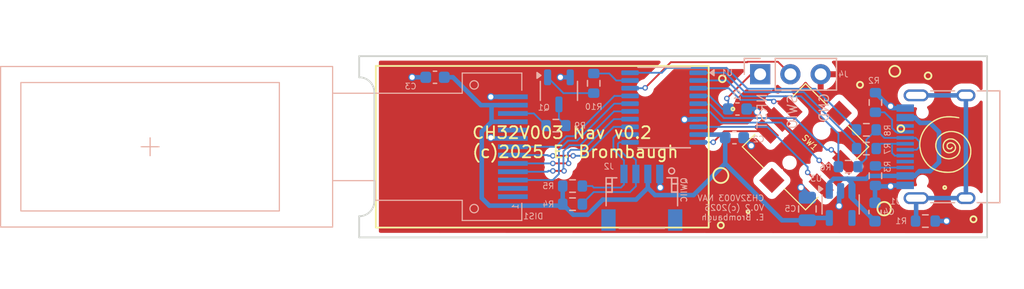
<source format=kicad_pcb>
(kicad_pcb (version 20240108) (generator "pcbnew") (generator_version "8.0")
  (layers (0 "F.Cu" signal) (31 "B.Cu" signal) (34 "B.Paste" user) (35 "F.Paste" user) (36 "B.SilkS" user "B.Silkscreen") (37 "F.SilkS" user "F.Silkscreen") (38 "B.Mask" user) (39 "F.Mask" user) (44 "Edge.Cuts" user))
  (net 0 "")
  (net 1 "/NRST")
  (net 2 "GND")
  (net 3 "+3.3V")
  (net 4 "/VUSB")
  (net 5 "Net-(J1-CC1)")
  (net 6 "Net-(J1-D+-PadA6)")
  (net 7 "Net-(J1-D--PadA7)")
  (net 9 "Net-(J1-CC2)")
  (net 11 "Net-(J1-SHIELD)")
  (net 12 "/SCL")
  (net 13 "/SDA")
  (net 16 "/LCD_NRST")
  (net 18 "Net-(DIS1-LEDK)")
  (net 19 "/LCD_MOSI")
  (net 20 "/LCD_CS")
  (net 21 "/LCD_SCLK")
  (net 22 "/LCD_D{slash}C")
  (net 23 "Net-(Q1-G)")
  (net 24 "Net-(Q1-D)")
  (net 25 "/LCD_BKL")
  (net 26 "/JS_SW")
  (net 27 "/JS_NW")
  (net 28 "/JS_NE")
  (net 29 "/JS_SE")
  (net 30 "/JS_CTR")
  (net 31 "/SWIO")
  (net 32 "/USB_DPU")
  (net 33 "/USB_DP")
  (net 34 "/USB_DM")
  (footprint "EMEB:avatar_small" (layer "F.Cu") (at 187.96 94.742)
    (property "Reference" "Ref**" (hide yes))
    (property "Value" "Val**" (hide yes))
  )
  (footprint "EMEB:nav_5way" (layer "F.Cu") (at 175.26 93.98 -45)
    (property "Reference" "SW1" (at 0 -0.499999 -45) (layer "F.SilkS") (effects (font (size 0.5 0.5) (thickness 0.07))))
    (property "Value" "~")
    (pad "" np_thru_hole circle (at 0 -1.9 315) (size 1.1 1.1) (drill 1.1) (layers "*.Cu" "*.Mask" "In1.Cu" "In2.Cu" "In3.Cu" "In4.Cu" "In5.Cu" "In6.Cu" "In7.Cu" "In8.Cu" "In9.Cu" "In10.Cu" "In11.Cu" "In12.Cu" "In13.Cu" "In14.Cu" "In15.Cu" "In16.Cu" "In17.Cu" "In18.Cu" "In19.Cu" "In20.Cu" "In21.Cu" "In22.Cu" "In23.Cu" "In24.Cu" "In25.Cu" "In26.Cu" "In27.Cu" "In28.Cu" "In29.Cu" "In30.Cu"))
    (pad "" np_thru_hole circle (at 0 1.9 315) (size 0.8 0.8) (drill 0.8) (layers "*.Cu" "*.Mask" "In1.Cu" "In2.Cu" "In3.Cu" "In4.Cu" "In5.Cu" "In6.Cu" "In7.Cu" "In8.Cu" "In9.Cu" "In10.Cu" "In11.Cu" "In12.Cu" "In13.Cu" "In14.Cu" "In15.Cu" "In16.Cu" "In17.Cu" "In18.Cu" "In19.Cu" "In20.Cu" "In21.Cu" "In22.Cu" "In23.Cu" "In24.Cu" "In25.Cu" "In26.Cu" "In27.Cu" "In28.Cu" "In29.Cu" "In30.Cu"))
    (pad "1" smd rect (at -3.250001 -1.4 315) (size 2 1) (layers "F.Cu" "F.Paste" "F.Mask") (net 27 "/JS_NW"))
    (pad "2" smd rect (at -3.25 0 315) (size 2 1) (layers "F.Cu" "F.Paste" "F.Mask") (net 2 "GND"))
    (pad "3" smd rect (at -3.250001 1.4 315) (size 2 1) (layers "F.Cu" "F.Paste" "F.Mask") (net 26 "/JS_SW"))
    (pad "4" smd rect (at 3.250001 1.4 315) (size 2 1) (layers "F.Cu" "F.Paste" "F.Mask") (net 29 "/JS_SE"))
    (pad "5" smd rect (at 3.25 0 315) (size 2 1) (layers "F.Cu" "F.Paste" "F.Mask") (net 30 "/JS_CTR"))
    (pad "6" smd rect (at 3.250001 -1.4 315) (size 2 1) (layers "F.Cu" "F.Paste" "F.Mask") (net 28 "/JS_NE"))
    (pad "7" smd rect (at 0 -4 315) (size 1.5 1.5) (layers "F.Cu" "F.Paste" "F.Mask"))
    (pad "7" smd rect (at 0 4 315) (size 1.5 1.5) (layers "F.Cu" "F.Paste" "F.Mask"))
  )
  (footprint "Package_TO_SOT_SMD:SOT-23-5" (layer "B.Cu") (at 178.2064 98.8294 -90)
    (property "Reference" "U3" (at -2.1824 2.0574 0) (layer "B.SilkS") (effects (font (size 0.5 0.5) (thickness 0.07)) (justify mirror)))
    (property "Value" "XC6222B331MR-G")
    (pad "1" smd roundrect (at -1.1375 0.95 270) (size 1.325 0.6) (layers "B.Cu" "B.Paste" "B.Mask") (net 4 "/VUSB"))
    (pad "2" smd roundrect (at -1.1375 0 270) (size 1.325 0.6) (layers "B.Cu" "B.Paste" "B.Mask") (net 2 "GND"))
    (pad "3" smd roundrect (at -1.1375 -0.95 270) (size 1.325 0.6) (layers "B.Cu" "B.Paste" "B.Mask") (net 4 "/VUSB"))
    (pad "4" smd roundrect (at 1.1375 -0.95 270) (size 1.325 0.6) (layers "B.Cu" "B.Paste" "B.Mask"))
    (pad "5" smd roundrect (at 1.1375 0.95 270) (size 1.325 0.6) (layers "B.Cu" "B.Paste" "B.Mask") (net 3 "+3.3V"))
  )
  (footprint "Resistor_SMD:R_0603_1608Metric" (layer "B.Cu") (at 185.3184 100.2264 180)
    (property "Reference" "R1" (at 2.032 0 0) (layer "B.SilkS") (effects (font (size 0.5 0.5) (thickness 0.07)) (justify mirror)))
    (property "Value" "1M")
    (pad "1" smd roundrect (at -0.825 0 180) (size 0.8 0.95) (layers "B.Cu" "B.Paste" "B.Mask") (net 2 "GND"))
    (pad "2" smd roundrect (at 0.825 0 180) (size 0.8 0.95) (layers "B.Cu" "B.Paste" "B.Mask") (net 11 "Net-(J1-SHIELD)"))
  )
  (footprint "EMEB:JST_SH_SM04B-SRSS-TB_04x1.00mm_Angled" (layer "B.Cu") (at 161.52 98.2035 180)
    (property "Reference" "J2" (at 2.77 2.5725 0) (layer "B.SilkS") (effects (font (size 0.5 0.5) (thickness 0.07)) (justify mirror)))
    (property "Value" "JST SH-4 (Qwiic)")
    (pad "" smd rect (at -2.8 -1.9375 180) (size 1.2 1.8) (layers "B.Cu" "B.Paste" "B.Mask"))
    (pad "" smd rect (at 2.8 -1.9375 180) (size 1.2 1.8) (layers "B.Cu" "B.Paste" "B.Mask"))
    (pad "1" smd rect (at -1.5 1.9375 180) (size 0.6 1.55) (layers "B.Cu" "B.Paste" "B.Mask") (net 2 "GND"))
    (pad "2" smd rect (at -0.5 1.9375 180) (size 0.6 1.55) (layers "B.Cu" "B.Paste" "B.Mask") (net 3 "+3.3V"))
    (pad "3" smd rect (at 0.5 1.9375 180) (size 0.6 1.55) (layers "B.Cu" "B.Paste" "B.Mask") (net 13 "/SDA"))
    (pad "4" smd rect (at 1.5 1.9375 180) (size 0.6 1.55) (layers "B.Cu" "B.Paste" "B.Mask") (net 12 "/SCL"))
  )
  (footprint "Resistor_SMD:R_0603_1608Metric" (layer "B.Cu") (at 157.48 88.646 90)
    (property "Reference" "R10" (at -1.969 0 0) (layer "B.SilkS") (effects (font (size 0.5 0.5) (thickness 0.07)) (justify mirror)))
    (property "Value" "1k")
    (pad "1" smd roundrect (at -0.825 0 90) (size 0.8 0.95) (layers "B.Cu" "B.Paste" "B.Mask") (net 23 "Net-(Q1-G)"))
    (pad "2" smd roundrect (at 0.825 0 90) (size 0.8 0.95) (layers "B.Cu" "B.Paste" "B.Mask") (net 25 "/LCD_BKL"))
  )
  (footprint "Package_SO:TSSOP-20_4.4x6.5mm_P0.65mm" (layer "B.Cu") (at 163.3905 90.682 180)
    (property "Reference" "U1" (at -5.2655 2.925 0) (layer "B.SilkS") (effects (font (size 0.5 0.5) (thickness 0.07)) (justify mirror)))
    (property "Value" "CH32V003F4P6")
    (pad "1" smd roundrect (at -2.8625 2.925 180) (size 1.475 0.4) (layers "B.Cu" "B.Paste" "B.Mask") (net 33 "/USB_DP"))
    (pad "2" smd roundrect (at -2.8625 2.275 180) (size 1.475 0.4) (layers "B.Cu" "B.Paste" "B.Mask") (net 32 "/USB_DPU"))
    (pad "3" smd roundrect (at -2.8625 1.625 180) (size 1.475 0.4) (layers "B.Cu" "B.Paste" "B.Mask") (net 27 "/JS_NW"))
    (pad "4" smd roundrect (at -2.8625 0.975 180) (size 1.475 0.4) (layers "B.Cu" "B.Paste" "B.Mask") (net 1 "/NRST"))
    (pad "5" smd roundrect (at -2.8625 0.325 180) (size 1.475 0.4) (layers "B.Cu" "B.Paste" "B.Mask") (net 28 "/JS_NE"))
    (pad "6" smd roundrect (at -2.8625 -0.325 180) (size 1.475 0.4) (layers "B.Cu" "B.Paste" "B.Mask") (net 30 "/JS_CTR"))
    (pad "7" smd roundrect (at -2.8625 -0.975 180) (size 1.475 0.4) (layers "B.Cu" "B.Paste" "B.Mask") (net 2 "GND"))
    (pad "8" smd roundrect (at -2.8625 -1.625 180) (size 1.475 0.4) (layers "B.Cu" "B.Paste" "B.Mask") (net 29 "/JS_SE"))
    (pad "9" smd roundrect (at -2.8625 -2.275 180) (size 1.475 0.4) (layers "B.Cu" "B.Paste" "B.Mask") (net 3 "+3.3V"))
    (pad "10" smd roundrect (at -2.8625 -2.925 180) (size 1.475 0.4) (layers "B.Cu" "B.Paste" "B.Mask") (net 26 "/JS_SW"))
    (pad "11" smd roundrect (at 2.8625 -2.925 180) (size 1.475 0.4) (layers "B.Cu" "B.Paste" "B.Mask") (net 13 "/SDA"))
    (pad "12" smd roundrect (at 2.8625 -2.275 180) (size 1.475 0.4) (layers "B.Cu" "B.Paste" "B.Mask") (net 12 "/SCL"))
    (pad "13" smd roundrect (at 2.8625 -1.625 180) (size 1.475 0.4) (layers "B.Cu" "B.Paste" "B.Mask") (net 16 "/LCD_NRST"))
    (pad "14" smd roundrect (at 2.8625 -0.975 180) (size 1.475 0.4) (layers "B.Cu" "B.Paste" "B.Mask") (net 22 "/LCD_D{slash}C"))
    (pad "15" smd roundrect (at 2.8625 -0.325 180) (size 1.475 0.4) (layers "B.Cu" "B.Paste" "B.Mask") (net 21 "/LCD_SCLK"))
    (pad "16" smd roundrect (at 2.8625 0.325 180) (size 1.475 0.4) (layers "B.Cu" "B.Paste" "B.Mask") (net 19 "/LCD_MOSI"))
    (pad "17" smd roundrect (at 2.8625 0.975 180) (size 1.475 0.4) (layers "B.Cu" "B.Paste" "B.Mask") (net 20 "/LCD_CS"))
    (pad "18" smd roundrect (at 2.8625 1.625 180) (size 1.475 0.4) (layers "B.Cu" "B.Paste" "B.Mask") (net 31 "/SWIO"))
    (pad "19" smd roundrect (at 2.8625 2.275 180) (size 1.475 0.4) (layers "B.Cu" "B.Paste" "B.Mask") (net 25 "/LCD_BKL"))
    (pad "20" smd roundrect (at 2.8625 2.925 180) (size 1.475 0.4) (layers "B.Cu" "B.Paste" "B.Mask") (net 34 "/USB_DM"))
  )
  (footprint "Resistor_SMD:R_0603_1608Metric" (layer "B.Cu") (at 181.1274 90.2564 -90)
    (property "Reference" "R2" (at -1.841 0.127 0) (layer "B.SilkS") (effects (font (size 0.5 0.5) (thickness 0.07)) (justify mirror)))
    (property "Value" "5k1")
    (pad "1" smd roundrect (at -0.825 0 270) (size 0.8 0.95) (layers "B.Cu" "B.Paste" "B.Mask") (net 2 "GND"))
    (pad "2" smd roundrect (at 0.825 0 270) (size 0.8 0.95) (layers "B.Cu" "B.Paste" "B.Mask") (net 5 "Net-(J1-CC1)"))
  )
  (footprint "Resistor_SMD:R_0603_1608Metric" (layer "B.Cu") (at 180.3654 92.5556)
    (property "Reference" "R8" (at 1.778 0.0508 90) (layer "B.SilkS") (effects (font (size 0.5 0.5) (thickness 0.07)) (justify mirror)))
    (property "Value" "22")
    (pad "1" smd roundrect (at -0.825 0) (size 0.8 0.95) (layers "B.Cu" "B.Paste" "B.Mask") (net 34 "/USB_DM"))
    (pad "2" smd roundrect (at 0.825 0) (size 0.8 0.95) (layers "B.Cu" "B.Paste" "B.Mask") (net 7 "Net-(J1-D--PadA7)"))
  )
  (footprint "Connector_PinHeader_2.54mm:PinHeader_1x03_P2.54mm_Vertical" (layer "B.Cu") (at 171.45 87.884 -90)
    (property "Reference" "J4" (at 0 -6.985 0) (layer "B.SilkS") (effects (font (size 0.5 0.5) (thickness 0.07)) (justify mirror)))
    (property "Value" "Conn_01x03_Pin")
    (pad "1" thru_hole rect (at 0 0 270) (size 1.7 1.7) (drill 1) (layers "*.Cu" "*.Mask" "In1.Cu" "In2.Cu" "In3.Cu" "In4.Cu" "In5.Cu" "In6.Cu" "In7.Cu" "In8.Cu" "In9.Cu" "In10.Cu" "In11.Cu" "In12.Cu" "In13.Cu" "In14.Cu" "In15.Cu" "In16.Cu" "In17.Cu" "In18.Cu" "In19.Cu" "In20.Cu" "In21.Cu" "In22.Cu" "In23.Cu" "In24.Cu" "In25.Cu" "In26.Cu" "In27.Cu" "In28.Cu" "In29.Cu" "In30.Cu") (net 1 "/NRST"))
    (pad "2" thru_hole oval (at 0 -2.54 270) (size 1.7 1.7) (drill 1) (layers "*.Cu" "*.Mask" "In1.Cu" "In2.Cu" "In3.Cu" "In4.Cu" "In5.Cu" "In6.Cu" "In7.Cu" "In8.Cu" "In9.Cu" "In10.Cu" "In11.Cu" "In12.Cu" "In13.Cu" "In14.Cu" "In15.Cu" "In16.Cu" "In17.Cu" "In18.Cu" "In19.Cu" "In20.Cu" "In21.Cu" "In22.Cu" "In23.Cu" "In24.Cu" "In25.Cu" "In26.Cu" "In27.Cu" "In28.Cu" "In29.Cu" "In30.Cu") (net 31 "/SWIO"))
    (pad "3" thru_hole oval (at 0 -5.08 270) (size 1.7 1.7) (drill 1) (layers "*.Cu" "*.Mask" "In1.Cu" "In2.Cu" "In3.Cu" "In4.Cu" "In5.Cu" "In6.Cu" "In7.Cu" "In8.Cu" "In9.Cu" "In10.Cu" "In11.Cu" "In12.Cu" "In13.Cu" "In14.Cu" "In15.Cu" "In16.Cu" "In17.Cu" "In18.Cu" "In19.Cu" "In20.Cu" "In21.Cu" "In22.Cu" "In23.Cu" "In24.Cu" "In25.Cu" "In26.Cu" "In27.Cu" "In28.Cu" "In29.Cu" "In30.Cu") (net 2 "GND"))
  )
  (footprint "Resistor_SMD:R_0603_1608Metric" (layer "B.Cu") (at 181.1274 96.4164 90)
    (property "Reference" "R3" (at 0.762 1.016 90) (layer "B.SilkS") (effects (font (size 0.5 0.5) (thickness 0.07)) (justify mirror)))
    (property "Value" "5k1")
    (pad "1" smd roundrect (at -0.825 0 90) (size 0.8 0.95) (layers "B.Cu" "B.Paste" "B.Mask") (net 2 "GND"))
    (pad "2" smd roundrect (at 0.825 0 90) (size 0.8 0.95) (layers "B.Cu" "B.Paste" "B.Mask") (net 9 "Net-(J1-CC2)"))
  )
  (footprint "Resistor_SMD:R_0603_1608Metric" (layer "B.Cu") (at 155.702 98.806 180)
    (property "Reference" "R4" (at 2.032 0 0) (layer "B.SilkS") (effects (font (size 0.5 0.5) (thickness 0.07)) (justify mirror)))
    (property "Value" "4k7")
    (pad "1" smd roundrect (at -0.825 0 180) (size 0.8 0.95) (layers "B.Cu" "B.Paste" "B.Mask") (net 13 "/SDA"))
    (pad "2" smd roundrect (at 0.825 0 180) (size 0.8 0.95) (layers "B.Cu" "B.Paste" "B.Mask") (net 3 "+3.3V"))
  )
  (footprint "Package_TO_SOT_SMD:SOT-23-3" (layer "B.Cu") (at 154.559 89.281 -90)
    (property "Reference" "Q1" (at 1.397 1.27 0) (layer "B.SilkS") (effects (font (size 0.5 0.5) (thickness 0.07)) (justify mirror)))
    (property "Value" "DMN63D8L")
    (pad "1" smd roundrect (at -1.1375 0.95 270) (size 1.325 0.6) (layers "B.Cu" "B.Paste" "B.Mask") (net 23 "Net-(Q1-G)"))
    (pad "2" smd roundrect (at -1.1375 -0.95 270) (size 1.325 0.6) (layers "B.Cu" "B.Paste" "B.Mask") (net 2 "GND"))
    (pad "3" smd roundrect (at 1.1375 0 270) (size 1.325 0.6) (layers "B.Cu" "B.Paste" "B.Mask") (net 24 "Net-(Q1-D)"))
  )
  (footprint "Capacitor_SMD:C_0805_2012Metric" (layer "B.Cu") (at 175.4124 99.2104 90)
    (property "Reference" "C5" (at 0.0234 -1.4224 0) (layer "B.SilkS") (effects (font (size 0.5 0.5) (thickness 0.07)) (justify mirror)))
    (property "Value" "10uf")
    (pad "1" smd roundrect (at -0.95 0 90) (size 1 1.45) (layers "B.Cu" "B.Paste" "B.Mask") (net 3 "+3.3V"))
    (pad "2" smd roundrect (at 0.95 0 90) (size 1 1.45) (layers "B.Cu" "B.Paste" "B.Mask") (net 2 "GND"))
  )
  (footprint "Resistor_SMD:R_0603_1608Metric" (layer "B.Cu") (at 180.3654 94.1304)
    (property "Reference" "R7" (at 1.778 0 90) (layer "B.SilkS") (effects (font (size 0.5 0.5) (thickness 0.07)) (justify mirror)))
    (property "Value" "22")
    (pad "1" smd roundrect (at -0.825 0) (size 0.8 0.95) (layers "B.Cu" "B.Paste" "B.Mask") (net 33 "/USB_DP"))
    (pad "2" smd roundrect (at 0.825 0) (size 0.8 0.95) (layers "B.Cu" "B.Paste" "B.Mask") (net 6 "Net-(J1-D+-PadA6)"))
  )
  (footprint "Connector_USB:USB_C_Receptacle_HRO_TYPE-C-31-M-12" (layer "B.Cu") (at 187.672 93.98 -90)
    (property "Reference" "J1" (at 4.5954 4.8936 0) (layer "B.SilkS") (effects (font (size 0.5 0.5) (thickness 0.07)) (justify mirror)))
    (property "Value" "USB_C_Receptacle_USB2.0")
    (pad "" np_thru_hole circle (at -2.89 2.6 270) (size 0.65 0.65) (drill 0.65) (layers "*.Cu" "*.Mask" "In1.Cu" "In2.Cu" "In3.Cu" "In4.Cu" "In5.Cu" "In6.Cu" "In7.Cu" "In8.Cu" "In9.Cu" "In10.Cu" "In11.Cu" "In12.Cu" "In13.Cu" "In14.Cu" "In15.Cu" "In16.Cu" "In17.Cu" "In18.Cu" "In19.Cu" "In20.Cu" "In21.Cu" "In22.Cu" "In23.Cu" "In24.Cu" "In25.Cu" "In26.Cu" "In27.Cu" "In28.Cu" "In29.Cu" "In30.Cu"))
    (pad "" np_thru_hole circle (at 2.89 2.6 270) (size 0.65 0.65) (drill 0.65) (layers "*.Cu" "*.Mask" "In1.Cu" "In2.Cu" "In3.Cu" "In4.Cu" "In5.Cu" "In6.Cu" "In7.Cu" "In8.Cu" "In9.Cu" "In10.Cu" "In11.Cu" "In12.Cu" "In13.Cu" "In14.Cu" "In15.Cu" "In16.Cu" "In17.Cu" "In18.Cu" "In19.Cu" "In20.Cu" "In21.Cu" "In22.Cu" "In23.Cu" "In24.Cu" "In25.Cu" "In26.Cu" "In27.Cu" "In28.Cu" "In29.Cu" "In30.Cu"))
    (pad "A1" smd rect (at -3.25 4.045 270) (size 0.6 1.45) (layers "B.Cu" "B.Paste" "B.Mask") (net 2 "GND"))
    (pad "A4" smd rect (at -2.45 4.045 270) (size 0.6 1.45) (layers "B.Cu" "B.Paste" "B.Mask") (net 4 "/VUSB"))
    (pad "A5" smd rect (at -1.25 4.045 270) (size 0.3 1.45) (layers "B.Cu" "B.Paste" "B.Mask") (net 5 "Net-(J1-CC1)"))
    (pad "A6" smd rect (at -0.25 4.045 270) (size 0.3 1.45) (layers "B.Cu" "B.Paste" "B.Mask") (net 6 "Net-(J1-D+-PadA6)"))
    (pad "A7" smd rect (at 0.25 4.045 270) (size 0.3 1.45) (layers "B.Cu" "B.Paste" "B.Mask") (net 7 "Net-(J1-D--PadA7)"))
    (pad "A8" smd rect (at 1.25 4.045 270) (size 0.3 1.45) (layers "B.Cu" "B.Paste" "B.Mask"))
    (pad "A9" smd rect (at 2.45 4.045 270) (size 0.6 1.45) (layers "B.Cu" "B.Paste" "B.Mask") (net 4 "/VUSB"))
    (pad "A12" smd rect (at 3.25 4.045 270) (size 0.6 1.45) (layers "B.Cu" "B.Paste" "B.Mask") (net 2 "GND"))
    (pad "B1" smd rect (at 3.25 4.045 270) (size 0.6 1.45) (layers "B.Cu" "B.Paste" "B.Mask") (net 2 "GND"))
    (pad "B4" smd rect (at 2.45 4.045 270) (size 0.6 1.45) (layers "B.Cu" "B.Paste" "B.Mask") (net 4 "/VUSB"))
    (pad "B5" smd rect (at 1.75 4.045 270) (size 0.3 1.45) (layers "B.Cu" "B.Paste" "B.Mask") (net 9 "Net-(J1-CC2)"))
    (pad "B6" smd rect (at 0.75 4.045 270) (size 0.3 1.45) (layers "B.Cu" "B.Paste" "B.Mask") (net 6 "Net-(J1-D+-PadA6)"))
    (pad "B7" smd rect (at -0.75 4.045 270) (size 0.3 1.45) (layers "B.Cu" "B.Paste" "B.Mask") (net 7 "Net-(J1-D--PadA7)"))
    (pad "B8" smd rect (at -1.75 4.045 270) (size 0.3 1.45) (layers "B.Cu" "B.Paste" "B.Mask"))
    (pad "B9" smd rect (at -2.45 4.045 270) (size 0.6 1.45) (layers "B.Cu" "B.Paste" "B.Mask") (net 4 "/VUSB"))
    (pad "B12" smd rect (at -3.25 4.045 270) (size 0.6 1.45) (layers "B.Cu" "B.Paste" "B.Mask") (net 2 "GND"))
    (pad "S1" thru_hole oval (at -4.32 -1.05 270) (size 1 1.6) (drill oval 0.6 1.2) (property pad_prop_heatsink) (layers "*.Cu" "*.Mask" "In1.Cu" "In2.Cu" "In3.Cu" "In4.Cu" "In5.Cu" "In6.Cu" "In7.Cu" "In8.Cu" "In9.Cu" "In10.Cu" "In11.Cu" "In12.Cu" "In13.Cu" "In14.Cu" "In15.Cu" "In16.Cu" "In17.Cu" "In18.Cu" "In19.Cu" "In20.Cu" "In21.Cu" "In22.Cu" "In23.Cu" "In24.Cu" "In25.Cu" "In26.Cu" "In27.Cu" "In28.Cu" "In29.Cu" "In30.Cu") (net 11 "Net-(J1-SHIELD)"))
    (pad "S1" thru_hole oval (at -4.32 3.13 270) (size 1 2.1) (drill oval 0.6 1.7) (property pad_prop_heatsink) (layers "*.Cu" "*.Mask" "In1.Cu" "In2.Cu" "In3.Cu" "In4.Cu" "In5.Cu" "In6.Cu" "In7.Cu" "In8.Cu" "In9.Cu" "In10.Cu" "In11.Cu" "In12.Cu" "In13.Cu" "In14.Cu" "In15.Cu" "In16.Cu" "In17.Cu" "In18.Cu" "In19.Cu" "In20.Cu" "In21.Cu" "In22.Cu" "In23.Cu" "In24.Cu" "In25.Cu" "In26.Cu" "In27.Cu" "In28.Cu" "In29.Cu" "In30.Cu") (net 11 "Net-(J1-SHIELD)"))
    (pad "S1" thru_hole oval (at 4.32 -1.05 270) (size 1 1.6) (drill oval 0.6 1.2) (property pad_prop_heatsink) (layers "*.Cu" "*.Mask" "In1.Cu" "In2.Cu" "In3.Cu" "In4.Cu" "In5.Cu" "In6.Cu" "In7.Cu" "In8.Cu" "In9.Cu" "In10.Cu" "In11.Cu" "In12.Cu" "In13.Cu" "In14.Cu" "In15.Cu" "In16.Cu" "In17.Cu" "In18.Cu" "In19.Cu" "In20.Cu" "In21.Cu" "In22.Cu" "In23.Cu" "In24.Cu" "In25.Cu" "In26.Cu" "In27.Cu" "In28.Cu" "In29.Cu" "In30.Cu") (net 11 "Net-(J1-SHIELD)"))
    (pad "S1" thru_hole oval (at 4.32 3.13 270) (size 1 2.1) (drill oval 0.6 1.7) (property pad_prop_heatsink) (layers "*.Cu" "*.Mask" "In1.Cu" "In2.Cu" "In3.Cu" "In4.Cu" "In5.Cu" "In6.Cu" "In7.Cu" "In8.Cu" "In9.Cu" "In10.Cu" "In11.Cu" "In12.Cu" "In13.Cu" "In14.Cu" "In15.Cu" "In16.Cu" "In17.Cu" "In18.Cu" "In19.Cu" "In20.Cu" "In21.Cu" "In22.Cu" "In23.Cu" "In24.Cu" "In25.Cu" "In26.Cu" "In27.Cu" "In28.Cu" "In29.Cu" "In30.Cu") (net 11 "Net-(J1-SHIELD)"))
  )
  (footprint "EMEB:0.96_IPS_TFT_LCD" (layer "B.Cu") (at 151.444 93.98 -90)
    (property "Reference" "DIS1" (at 5.842 -0.956 0) (layer "B.SilkS") (effects (font (size 0.5 0.5) (thickness 0.07)) (justify mirror)))
    (property "Value" "~")
    (fp_text user "1" (at 4.75 0.25 90) (layer "B.SilkS") (effects (font (size 0.5 0.5) (thickness 0.07)) (justify left bottom mirror)))
    (pad "1" smd rect (at 4.2 0.75 270) (size 0.4 2.5) (layers "B.Cu" "B.Paste" "B.Mask"))
    (pad "2" smd rect (at 3.5 0.75 270) (size 0.4 2.5) (layers "B.Cu" "B.Paste" "B.Mask"))
    (pad "3" smd rect (at 2.8 0.75 270) (size 0.4 2.5) (layers "B.Cu" "B.Paste" "B.Mask") (net 19 "/LCD_MOSI"))
    (pad "4" smd rect (at 2.1 0.75 270) (size 0.4 2.5) (layers "B.Cu" "B.Paste" "B.Mask") (net 21 "/LCD_SCLK"))
    (pad "5" smd rect (at 1.4 0.75 270) (size 0.4 2.5) (layers "B.Cu" "B.Paste" "B.Mask") (net 22 "/LCD_D{slash}C"))
    (pad "6" smd rect (at 0.7 0.75 270) (size 0.4 2.5) (layers "B.Cu" "B.Paste" "B.Mask") (net 16 "/LCD_NRST"))
    (pad "7" smd rect (at 0 0.75 270) (size 0.4 2.5) (layers "B.Cu" "B.Paste" "B.Mask") (net 20 "/LCD_CS"))
    (pad "8" smd rect (at -0.7 0.75 270) (size 0.4 2.5) (layers "B.Cu" "B.Paste" "B.Mask") (net 2 "GND"))
    (pad "9" smd rect (at -1.4 0.75 270) (size 0.4 2.5) (layers "B.Cu" "B.Paste" "B.Mask"))
    (pad "10" smd rect (at -2.1 0.75 270) (size 0.4 2.5) (layers "B.Cu" "B.Paste" "B.Mask") (net 3 "+3.3V"))
    (pad "11" smd rect (at -2.8 0.75 270) (size 0.4 2.5) (layers "B.Cu" "B.Paste" "B.Mask") (net 18 "Net-(DIS1-LEDK)"))
    (pad "12" smd rect (at -3.5 0.75 270) (size 0.4 2.5) (layers "B.Cu" "B.Paste" "B.Mask") (net 3 "+3.3V"))
    (pad "13" smd rect (at -4.2 0.75 270) (size 0.4 2.5) (layers "B.Cu" "B.Paste" "B.Mask") (net 2 "GND"))
  )
  (footprint "Capacitor_SMD:C_0603_1608Metric" (layer "B.Cu") (at 144.158 88.138 180)
    (property "Reference" "C3" (at 2.045 -0.762 0) (layer "B.SilkS") (effects (font (size 0.5 0.5) (thickness 0.07)) (justify mirror)))
    (property "Value" "0.1uf")
    (pad "1" smd roundrect (at -0.775 0 180) (size 0.9 0.95) (layers "B.Cu" "B.Paste" "B.Mask") (net 3 "+3.3V"))
    (pad "2" smd roundrect (at 0.775 0 180) (size 0.9 0.95) (layers "B.Cu" "B.Paste" "B.Mask") (net 2 "GND"))
  )
  (footprint "Resistor_SMD:R_0603_1608Metric" (layer "B.Cu") (at 155.702 97.282 180)
    (property "Reference" "R5" (at 2.032 0 0) (layer "B.SilkS") (effects (font (size 0.5 0.5) (thickness 0.07)) (justify mirror)))
    (property "Value" "4k7")
    (pad "1" smd roundrect (at -0.825 0 180) (size 0.8 0.95) (layers "B.Cu" "B.Paste" "B.Mask") (net 12 "/SCL"))
    (pad "2" smd roundrect (at 0.825 0 180) (size 0.8 0.95) (layers "B.Cu" "B.Paste" "B.Mask") (net 3 "+3.3V"))
  )
  (footprint "Resistor_SMD:R_0603_1608Metric" (layer "B.Cu") (at 178.8414 95.6544)
    (property "Reference" "R6" (at -1.905 0.0508 0) (layer "B.SilkS") (effects (font (size 0.5 0.5) (thickness 0.07)) (justify mirror)))
    (property "Value" "1.5k")
    (pad "1" smd roundrect (at -0.825 0) (size 0.8 0.95) (layers "B.Cu" "B.Paste" "B.Mask") (net 32 "/USB_DPU"))
    (pad "2" smd roundrect (at 0.825 0) (size 0.8 0.95) (layers "B.Cu" "B.Paste" "B.Mask") (net 7 "Net-(J1-D--PadA7)"))
  )
  (footprint "Capacitor_SMD:C_0603_1608Metric" (layer "B.Cu") (at 169.291 93.218)
    (property "Reference" "C2" (at 2.032 0.127 0) (layer "B.SilkS") (effects (font (size 0.5 0.5) (thickness 0.07)) (justify mirror)))
    (property "Value" "0.1uf")
    (pad "1" smd roundrect (at -0.775 0) (size 0.9 0.95) (layers "B.Cu" "B.Paste" "B.Mask") (net 3 "+3.3V"))
    (pad "2" smd roundrect (at 0.775 0) (size 0.9 0.95) (layers "B.Cu" "B.Paste" "B.Mask") (net 2 "GND"))
  )
  (footprint "Resistor_SMD:R_0603_1608Metric" (layer "B.Cu") (at 154.305 92.202 180)
    (property "Reference" "R9" (at -2.032 0 0) (layer "B.SilkS") (effects (font (size 0.5 0.5) (thickness 0.07)) (justify mirror)))
    (property "Value" "100")
    (pad "1" smd roundrect (at -0.825 0 180) (size 0.8 0.95) (layers "B.Cu" "B.Paste" "B.Mask") (net 24 "Net-(Q1-D)"))
    (pad "2" smd roundrect (at 0.825 0 180) (size 0.8 0.95) (layers "B.Cu" "B.Paste" "B.Mask") (net 18 "Net-(DIS1-LEDK)"))
  )
  (footprint "Capacitor_SMD:C_0603_1608Metric" (layer "B.Cu") (at 181.0924 99.4644 90)
    (property "Reference" "C4" (at 0.0234 1.1526 0) (layer "B.SilkS") (effects (font (size 0.5 0.5) (thickness 0.07)) (justify mirror)))
    (property "Value" "1uf")
    (pad "1" smd roundrect (at -0.775 0 90) (size 0.9 0.95) (layers "B.Cu" "B.Paste" "B.Mask") (net 4 "/VUSB"))
    (pad "2" smd roundrect (at 0.775 0 90) (size 0.9 0.95) (layers "B.Cu" "B.Paste" "B.Mask") (net 2 "GND"))
  )
  (footprint "Capacitor_SMD:C_0603_1608Metric" (layer "B.Cu") (at 169.545 90.805)
    (property "Reference" "C1" (at 0 -1.143 90) (layer "B.SilkS") (effects (font (size 0.5 0.5) (thickness 0.07)) (justify mirror)))
    (property "Value" "0.1uf")
    (pad "1" smd roundrect (at -0.775 0) (size 0.9 0.95) (layers "B.Cu" "B.Paste" "B.Mask") (net 1 "/NRST"))
    (pad "2" smd roundrect (at 0.775 0) (size 0.9 0.95) (layers "B.Cu" "B.Paste" "B.Mask") (net 2 "GND"))
  )
  (gr_circle (center 170.434 99.441) (end 170.561 99.441) (stroke (width 0.15)) (fill none) (layer "F.SilkS"))
  (gr_circle (center 169.164 90.805) (end 169.291 90.805) (stroke (width 0.15)) (fill none) (layer "F.SilkS"))
  (gr_circle (center 186.944 97.409) (end 186.944 97.536) (stroke (width 0.15)) (fill none) (layer "F.SilkS"))
  (gr_circle (center 181.864 99.187) (end 182.372 99.441) (stroke (width 0.15)) (fill none) (layer "F.SilkS"))
  (gr_circle (center 179.832 88.773) (end 180.086 88.773) (stroke (width 0.15)) (fill none) (layer "F.SilkS"))
  (gr_rect (start 139.192 87.1855) (end 167.132 100.7745) (stroke (width 0.15)) (fill none) (layer "F.SilkS"))
  (gr_circle (center 189.357 100.076) (end 189.357 99.822) (stroke (width 0.15)) (fill none) (layer "F.SilkS"))
  (gr_circle (center 185.547 88.011) (end 185.674 88.265) (stroke (width 0.15)) (fill none) (layer "F.SilkS"))
  (gr_circle (center 183.261 92.456) (end 183.515 92.583) (stroke (width 0.15)) (fill none) (layer "F.SilkS"))
  (gr_circle (center 168.275 88.265) (end 168.529 88.138) (stroke (width 0.15)) (fill none) (layer "F.SilkS"))
  (gr_circle (center 182.753 87.63) (end 183.134 87.884) (stroke (width 0.15)) (fill none) (layer "F.SilkS"))
  (gr_circle (center 168.148 96.393) (end 168.529 96.901) (stroke (width 0.15)) (fill none) (layer "F.SilkS"))
  (gr_circle (center 168.148 100.584) (end 168.402 100.584) (stroke (width 0.15)) (fill none) (layer "F.SilkS"))
  (gr_line (start 190.5 86.36) (end 190.5 101.6) (stroke (width 0.15)) (layer "Edge.Cuts"))
  (gr_line (start 190.5 101.6) (end 137.795 101.6) (stroke (width 0.15)) (layer "Edge.Cuts"))
  (gr_arc (start 139.065 98.552) (mid 138.693026 99.450026) (end 137.795 99.822) (stroke (width 0.15)) (layer "Edge.Cuts"))
  (gr_line (start 137.795 86.36) (end 190.5 86.36) (stroke (width 0.15)) (layer "Edge.Cuts"))
  (gr_arc (start 137.795 88.138) (mid 138.693026 88.509974) (end 139.065 89.408) (stroke (width 0.15)) (layer "Edge.Cuts"))
  (gr_line (start 139.065 89.408) (end 139.065 98.552) (stroke (width 0.15)) (layer "Edge.Cuts"))
  (gr_line (start 137.795 86.36) (end 137.795 88.138) (stroke (width 0.15)) (layer "Edge.Cuts"))
  (gr_line (start 137.795 101.6) (end 137.795 99.822) (stroke (width 0.15)) (layer "Edge.Cuts"))
  (gr_text "CH32V003 NAV\nV0.2 (c)2025\nE. Brombaugh" (at 171.831 100.203 0) (layer "B.SilkS") (effects (font (size 0.5 0.5) (thickness 0.07)) (justify left bottom mirror)))
  (gr_text "QWIIC\n" (at 165.354 96.52 90) (layer "B.SilkS") (effects (font (size 0.5 0.5) (thickness 0.08)) (justify left bottom mirror)))
  (gr_text "NRST" (at 172.085 89.408 90) (layer "B.SilkS") (effects (font (size 0.8 0.8) (thickness 0.1)) (justify left bottom mirror)))
  (gr_text "SWIO" (at 174.625 89.535 90) (layer "B.SilkS") (effects (font (size 0.8 0.8) (thickness 0.1)) (justify left bottom mirror)))
  (gr_text "GND" (at 177.292 89.408 90) (layer "B.SilkS") (effects (font (size 0.8 0.8) (thickness 0.1)) (justify left bottom mirror)))
  (gr_text "CH32V003 Nav v0.2\n(c)2025 E. Brombaugh" (at 147.193 94.996 0) (layer "F.SilkS") (effects (font (size 1 1)) (justify left bottom)))
  (segment (start 168.656 89.916) (end 170.688 87.884) (width 0.1524) (layer "F.Cu") (net 1))
  (segment (start 170.688 87.884) (end 171.45 87.884) (width 0.1524) (layer "F.Cu") (net 1))
  (via (at 168.656 89.916) (size 0.4572) (drill 0.254) (layers "F.Cu" "B.Cu") (net 1))
  (segment (start 167.1955 89.707) (end 166.253 89.707) (width 0.1524) (layer "B.Cu") (net 1))
  (segment (start 168.77 90.805) (end 168.2935 90.805) (width 0.1524) (layer "B.Cu") (net 1))
  (segment (start 168.656 89.916) (end 168.77 90.03) (width 0.1524) (layer "B.Cu") (net 1))
  (segment (start 168.77 90.03) (end 168.77 90.805) (width 0.1524) (layer "B.Cu") (net 1))
  (segment (start 168.2935 90.805) (end 167.1955 89.707) (width 0.1524) (layer "B.Cu") (net 1))
  (segment (start 172.961903 91.681903) (end 174.244 92.964) (width 0.381) (layer "F.Cu") (net 2))
  (segment (start 172.961903 91.681903) (end 171.704 90.424) (width 0.381) (layer "F.Cu") (net 2))
  (via (at 182.3974 97.3054) (size 0.635) (drill 0.4318) (layers "F.Cu" "B.Cu") (net 2))
  (via (at 182.3974 90.5744) (size 0.635) (drill 0.4318) (layers "F.Cu" "B.Cu") (net 2))
  (via (at 174.879 97.409) (size 0.635) (drill 0.4318) (layers "F.Cu" "B.Cu") (net 2))
  (via (at 165.1 91.694) (size 0.635) (drill 0.4318) (layers "F.Cu" "B.Cu") (net 2))
  (via (at 187.0964 100.2264) (size 0.635) (drill 0.4318) (layers "F.Cu" "B.Cu") (net 2))
  (via (at 142.24 88.138) (size 0.635) (drill 0.4318) (layers "F.Cu" "B.Cu") (net 2))
  (via (at 171.196 91.0463) (size 0.635) (drill 0.4318) (layers "F.Cu" "B.Cu") (net 2))
  (via (at 170.70202 93.89066) (size 0.635) (drill 0.4318) (layers "F.Cu" "B.Cu") (net 2))
  (via (at 154.686 88.138) (size 0.635) (drill 0.4318) (layers "F.Cu" "B.Cu") (net 2))
  (via (at 148.844 93.218) (size 0.635) (drill 0.4318) (layers "F.Cu" "B.Cu") (net 2))
  (via (at 163.068 97.409) (size 0.635) (drill 0.4318) (layers "F.Cu" "B.Cu") (net 2))
  (via (at 148.844 89.789) (size 0.635) (drill 0.4318) (layers "F.Cu" "B.Cu") (net 2))
  (via (at 178.0794 98.9564) (size 0.635) (drill 0.4318) (layers "F.Cu" "B.Cu") (net 2))
  (segment (start 163.02 96.266) (end 163.02 97.361) (width 0.381) (layer "B.Cu") (net 2))
  (segment (start 143.383 88.138) (end 142.24 88.138) (width 0.381) (layer "B.Cu") (net 2))
  (segment (start 165.1 91.694) (end 166.216 91.694) (width 0.381) (layer "B.Cu") (net 2))
  (segment (start 170.066 93.25464) (end 170.066 93.218) (width 0.381) (layer "B.Cu") (net 2))
  (segment (start 171.196 91.0463) (end 170.9547 90.805) (width 0.381) (layer "B.Cu") (net 2))
  (segment (start 170.9547 90.805) (end 170.32 90.805) (width 0.381) (layer "B.Cu") (net 2))
  (segment (start 183.627 97.23) (end 182.4728 97.23) (width 0.381) (layer "B.Cu") (net 2))
  (segment (start 181.0924 98.6894) (end 181.0924 97.2764) (width 0.381) (layer "B.Cu") (net 2))
  (segment (start 182.3974 97.3054) (end 181.1914 97.3054) (width 0.381) (layer "B.Cu") (net 2))
  (segment (start 154.6915 88.1435) (end 154.686 88.138) (width 0.381) (layer "B.Cu") (net 2))
  (segment (start 182.4728 97.23) (end 182.3974 97.3054) (width 0.381) (layer "B.Cu") (net 2))
  (segment (start 148.906 93.28) (end 148.844 93.218) (width 0.381) (layer "B.Cu") (net 2))
  (segment (start 181.0924 97.2764) (end 181.1274 97.2414) (width 0.381) (layer "B.Cu") (net 2))
  (segment (start 178.0794 97.8189) (end 178.2064 97.6919) (width 0.381) (layer "B.Cu") (net 2))
  (segment (start 187.0964 100.2264) (end 186.1434 100.2264) (width 0.381) (layer "B.Cu") (net 2))
  (segment (start 178.0794 98.9564) (end 178.0794 97.8189) (width 0.381) (layer "B.Cu") (net 2))
  (segment (start 183.627 90.73) (end 182.553 90.73) (width 0.381) (layer "B.Cu") (net 2))
  (segment (start 175.4124 97.9424) (end 175.4124 98.2604) (width 0.381) (layer "B.Cu") (net 2))
  (segment (start 163.02 97.361) (end 163.068 97.409) (width 0.381) (layer "B.Cu") (net 2))
  (segment (start 166.216 91.694) (end 166.253 91.657) (width 0.381) (layer "B.Cu") (net 2))
  (segment (start 170.70202 93.89066) (end 170.066 93.25464) (width 0.381) (layer "B.Cu") (net 2))
  (segment (start 182.2704 90.5744) (end 181.1274 89.4314) (width 0.381) (layer "B.Cu") (net 2))
  (segment (start 150.694 89.78) (end 148.853 89.78) (width 0.381) (layer "B.Cu") (net 2))
  (segment (start 182.553 90.73) (end 182.3974 90.5744) (width 0.381) (layer "B.Cu") (net 2))
  (segment (start 174.879 97.409) (end 175.4124 97.9424) (width 0.381) (layer "B.Cu") (net 2))
  (segment (start 166.4472 91.5543) (end 166.4385 91.563) (width 0.1524) (layer "B.Cu") (net 2))
  (segment (start 150.694 93.28) (end 148.906 93.28) (width 0.381) (layer "B.Cu") (net 2))
  (segment (start 182.3974 90.5744) (end 182.2704 90.5744) (width 0.381) (layer "B.Cu") (net 2))
  (segment (start 148.853 89.78) (end 148.844 89.789) (width 0.381) (layer "B.Cu") (net 2))
  (segment (start 181.1914 97.3054) (end 181.1274 97.2414) (width 0.381) (layer "B.Cu") (net 2))
  (segment (start 155.509 88.1435) (end 154.6915 88.1435) (width 0.381) (layer "B.Cu") (net 2))
  (segment (start 150.694 91.88) (end 148.903 91.88) (width 0.381) (layer "B.Cu") (net 3))
  (segment (start 154.877 97.282) (end 154.877 98.806) (width 0.381) (layer "B.Cu") (net 3))
  (segment (start 144.933 88.138) (end 145.669 88.138) (width 0.381) (layer "B.Cu") (net 3))
  (segment (start 155.766 99.695) (end 156.972 99.695) (width 0.381) (layer "B.Cu") (net 3))
  (segment (start 156.972 99.695) (end 158.242 98.425) (width 0.381) (layer "B.Cu") (net 3))
  (segment (start 148.082 98.298) (end 148.082 92.71) (width 0.381) (layer "B.Cu") (net 3))
  (segment (start 173.2864 100.1604) (end 168.516 95.39) (width 0.381) (layer "B.Cu") (net 3))
  (segment (start 148.082 92.71) (end 148.903 91.889) (width 0.381) (layer "B.Cu") (net 3))
  (segment (start 162.02 97.441) (end 162.623 98.044) (width 0.381) (layer "B.Cu") (net 3))
  (segment (start 148.903 90.619) (end 149.042 90.48) (width 0.381) (layer "B.Cu") (net 3))
  (segment (start 158.242 98.425) (end 161.036 98.425) (width 0.381) (layer "B.Cu") (net 3))
  (segment (start 162.02 96.266) (end 162.02 97.441) (width 0.381) (layer "B.Cu") (net 3))
  (segment (start 149.042 90.48) (end 150.694 90.48) (width 0.381) (layer "B.Cu") (net 3))
  (segment (start 177.2564 99.9669) (end 175.6059 99.9669) (width 0.381) (layer "B.Cu") (net 3))
  (segment (start 168.255 92.957) (end 168.516 93.218) (width 0.381) (layer "B.Cu") (net 3))
  (segment (start 145.669 88.138) (end 148.011 90.48) (width 0.381) (layer "B.Cu") (net 3))
  (segment (start 175.6059 99.9669) (end 175.4124 100.1604) (width 0.381) (layer "B.Cu") (net 3))
  (segment (start 148.011 90.48) (end 149.042 90.48) (width 0.381) (layer "B.Cu") (net 3))
  (segment (start 154.877 98.806) (end 154.75 98.933) (width 0.381) (layer "B.Cu") (net 3))
  (segment (start 165.862 98.044) (end 168.516 95.39) (width 0.381) (layer "B.Cu") (net 3))
  (segment (start 166.253 92.957) (end 168.255 92.957) (width 0.381) (layer "B.Cu") (net 3))
  (segment (start 148.903 91.88) (end 148.903 90.619) (width 0.381) (layer "B.Cu") (net 3))
  (segment (start 148.903 91.889) (end 148.903 91.88) (width 0.381) (layer "B.Cu") (net 3))
  (segment (start 154.877 98.806) (end 155.766 99.695) (width 0.381) (layer "B.Cu") (net 3))
  (segment (start 175.4124 100.1604) (end 173.2864 100.1604) (width 0.381) (layer "B.Cu") (net 3))
  (segment (start 168.516 95.39) (end 168.516 93.218) (width 0.381) (layer "B.Cu") (net 3))
  (segment (start 154.75 98.933) (end 148.717 98.933) (width 0.381) (layer "B.Cu") (net 3))
  (segment (start 162.623 98.044) (end 165.862 98.044) (width 0.381) (layer "B.Cu") (net 3))
  (segment (start 148.717 98.933) (end 148.082 98.298) (width 0.381) (layer "B.Cu") (net 3))
  (segment (start 162.02 97.441) (end 161.036 98.425) (width 0.381) (layer "B.Cu") (net 3))
  (segment (start 186.4614 92.7334) (end 186.4614 95.2734) (width 0.381) (layer "B.Cu") (net 4))
  (segment (start 185.6994 96.0354) (end 184.8104 96.0354) (width 0.381) (layer "B.Cu") (net 4))
  (segment (start 180.6058 96.43) (end 180.3654 96.6704) (width 0.381) (layer "B.Cu") (net 4))
  (segment (start 185.6994 91.9714) (end 186.4614 92.7334) (width 0.381) (layer "B.Cu") (net 4))
  (segment (start 179.1564 97.6919) (end 179.1564 98.3034) (width 0.381) (layer "B.Cu") (net 4))
  (segment (start 179.1564 98.3034) (end 181.0924 100.2394) (width 0.381) (layer "B.Cu") (net 4))
  (segment (start 180.3654 96.6704) (end 178.7849 96.6704) (width 0.381) (layer "B.Cu") (net 4))
  (segment (start 184.8104 96.0354) (end 184.4158 96.43) (width 0.381) (layer "B.Cu") (net 4))
  (segment (start 184.4158 96.43) (end 183.627 96.43) (width 0.381) (layer "B.Cu") (net 4))
  (segment (start 179.1564 97.0419) (end 178.7849 96.6704) (width 0.381) (layer "B.Cu") (net 4))
  (segment (start 177.2564 97.029401) (end 177.2564 97.6919) (width 0.381) (layer "B.Cu") (net 4))
  (segment (start 186.4614 95.2734) (end 185.6994 96.0354) (width 0.381) (layer "B.Cu") (net 4))
  (segment (start 179.1564 97.6919) (end 179.1564 97.0419) (width 0.381) (layer "B.Cu") (net 4))
  (segment (start 184.437 91.53) (end 184.8784 91.9714) (width 0.381) (layer "B.Cu") (net 4))
  (segment (start 183.627 96.43) (end 180.6058 96.43) (width 0.381) (layer "B.Cu") (net 4))
  (segment (start 178.7849 96.6704) (end 177.615401 96.6704) (width 0.381) (layer "B.Cu") (net 4))
  (segment (start 177.615401 96.6704) (end 177.2564 97.029401) (width 0.381) (layer "B.Cu") (net 4))
  (segment (start 184.8784 91.9714) (end 185.6994 91.9714) (width 0.381) (layer "B.Cu") (net 4))
  (segment (start 183.627 91.53) (end 184.437 91.53) (width 0.381) (layer "B.Cu") (net 4))
  (segment (start 183.627 92.73) (end 182.8456 92.73) (width 0.1524) (layer "B.Cu") (net 5))
  (segment (start 181.8884 91.0814) (end 181.1274 91.0814) (width 0.1524) (layer "B.Cu") (net 5))
  (segment (start 182.5244 91.7174) (end 181.8884 91.0814) (width 0.1524) (layer "B.Cu") (net 5))
  (segment (start 182.8456 92.73) (end 182.5244 92.4088) (width 0.1524) (layer "B.Cu") (net 5))
  (segment (start 182.5244 92.4088) (end 182.5244 91.7174) (width 0.1524) (layer "B.Cu") (net 5))
  (segment (start 183.627 93.73) (end 182.5244 93.73) (width 0.1524) (layer "B.Cu") (net 6))
  (segment (start 182.5244 93.73) (end 182.5244 94.5048) (width 0.1524) (layer "B.Cu") (net 6))
  (segment (start 181.5908 93.73) (end 181.1904 94.1304) (width 0.1524) (layer "B.Cu") (net 6))
  (segment (start 182.5244 93.73) (end 181.5908 93.73) (width 0.1524) (layer "B.Cu") (net 6))
  (segment (start 182.5244 94.5048) (end 182.7496 94.73) (width 0.1524) (layer "B.Cu") (net 6))
  (segment (start 182.7496 94.73) (end 183.627 94.73) (width 0.1524) (layer "B.Cu") (net 6))
  (segment (start 183.627 93.23) (end 184.5044 93.23) (width 0.1524) (layer "B.Cu") (net 7))
  (segment (start 180.3654 93.3806) (end 181.1904 92.5556) (width 0.1524) (layer "B.Cu") (net 7))
  (segment (start 181.8648 93.23) (end 183.627 93.23) (width 0.1524) (layer "B.Cu") (net 7))
  (segment (start 184.8104 94.0034) (end 184.5838 94.23) (width 0.1524) (layer "B.Cu") (net 7))
  (segment (start 179.6664 95.6544) (end 180.3654 94.9554) (width 0.1524) (layer "B.Cu") (net 7))
  (segment (start 184.5838 94.23) (end 183.627 94.23) (width 0.1524) (layer "B.Cu") (net 7))
  (segment (start 180.3654 94.9554) (end 180.3654 93.3806) (width 0.1524) (layer "B.Cu") (net 7))
  (segment (start 184.8104 93.536) (end 184.8104 94.0034) (width 0.1524) (layer "B.Cu") (net 7))
  (segment (start 181.1904 92.5556) (end 181.8648 93.23) (width 0.1524) (layer "B.Cu") (net 7))
  (segment (start 184.5044 93.23) (end 184.8104 93.536) (width 0.1524) (layer "B.Cu") (net 7))
  (segment (start 183.627 95.73) (end 181.266 95.73) (width 0.1524) (layer "B.Cu") (net 9))
  (segment (start 181.266 95.73) (end 181.1274 95.5914) (width 0.1524) (layer "B.Cu") (net 9))
  (segment (start 184.542 98.3) (end 184.542 100.1778) (width 0.381) (layer "B.Cu") (net 11))
  (segment (start 184.542 89.66) (end 188.722 89.66) (width 0.381) (layer "B.Cu") (net 11))
  (segment (start 184.542 100.1778) (end 184.4934 100.2264) (width 0.381) (layer "B.Cu") (net 11))
  (segment (start 188.722 98.3) (end 184.542 98.3) (width 0.381) (layer "B.Cu") (net 11))
  (segment (start 188.722 89.66) (end 188.722 98.3) (width 0.381) (layer "B.Cu") (net 11))
  (segment (start 160.528 92.957) (end 159.399 92.957) (width 0.1524) (layer "B.Cu") (net 12))
  (segment (start 159.131 93.225) (end 159.131 94.234) (width 0.1524) (layer "B.Cu") (net 12))
  (segment (start 160.02 97.155) (end 160.02 96.266) (width 0.1524) (layer "B.Cu") (net 12))
  (segment (start 157.353 97.282) (end 157.48 97.409) (width 0.1524) (layer "B.Cu") (net 12))
  (segment (start 156.527 97.282) (end 157.353 97.282) (width 0.1524) (layer "B.Cu") (net 12))
  (segment (start 159.766 97.409) (end 160.02 97.155) (width 0.1524) (layer "B.Cu") (net 12))
  (segment (start 159.399 92.957) (end 159.131 93.225) (width 0.1524) (layer "B.Cu") (net 12))
  (segment (start 159.131 94.234) (end 160.02 95.123) (width 0.1524) (layer "B.Cu") (net 12))
  (segment (start 157.48 97.409) (end 159.766 97.409) (width 0.1524) (layer "B.Cu") (net 12))
  (segment (start 160.02 95.123) (end 160.02 96.266) (width 0.1524) (layer "B.Cu") (net 12))
  (segment (start 161.02 95.107) (end 161.02 96.266) (width 0.1524) (layer "B.Cu") (net 13))
  (segment (start 160.782 94.869) (end 161.02 95.107) (width 0.1524) (layer "B.Cu") (net 13))
  (segment (start 160.274 94.869) (end 160.782 94.869) (width 0.1524) (layer "B.Cu") (net 13))
  (segment (start 159.512 94.107) (end 160.274 94.869) (width 0.1524) (layer "B.Cu") (net 13))
  (segment (start 161.02 96.266) (end 161.02 97.298) (width 0.1524) (layer "B.Cu") (net 13))
  (segment (start 160.528 97.79) (end 157.48 97.79) (width 0.1524) (layer "B.Cu") (net 13))
  (segment (start 159.647 93.607) (end 160.528 93.607) (width 0.1524) (layer "B.Cu") (net 13))
  (segment (start 156.527 98.743) (end 156.527 98.806) (width 0.1524) (layer "B.Cu") (net 13))
  (segment (start 159.639 93.599) (end 159.647 93.607) (width 0.1524) (layer "B.Cu") (net 13))
  (segment (start 159.512 93.726) (end 159.639 93.599) (width 0.1524) (layer "B.Cu") (net 13))
  (segment (start 159.512 94.107) (end 159.512 93.726) (width 0.1524) (layer "B.Cu") (net 13))
  (segment (start 161.02 97.298) (end 160.528 97.79) (width 0.1524) (layer "B.Cu") (net 13))
  (segment (start 157.48 97.79) (end 156.527 98.743) (width 0.1524) (layer "B.Cu") (net 13))
  (segment (start 155.7528 94.742) (end 154.051 94.742) (width 0.1524) (layer "F.Cu") (net 16))
  (via (at 154.051 94.742) (size 0.4572) (drill 0.254) (layers "F.Cu" "B.Cu") (net 16))
  (via (at 155.7528 94.742) (size 0.4572) (drill 0.254) (layers "F.Cu" "B.Cu") (net 16))
  (segment (start 160.528 92.307) (end 159.153 92.307) (width 0.1524) (layer "B.Cu") (net 16))
  (segment (start 153.605 94.68) (end 150.694 94.68) (width 0.1524) (layer "B.Cu") (net 16))
  (segment (start 156.718 94.742) (end 155.7528 94.742) (width 0.1524) (layer "B.Cu") (net 16))
  (segment (start 153.667 94.742) (end 153.605 94.68) (width 0.1524) (layer "B.Cu") (net 16))
  (segment (start 159.153 92.307) (end 156.718 94.742) (width 0.1524) (layer "B.Cu") (net 16))
  (segment (start 154.051 94.742) (end 153.667 94.742) (width 0.1524) (layer "B.Cu") (net 16))
  (segment (start 152.458 91.18) (end 153.48 92.202) (width 0.1524) (layer "B.Cu") (net 18))
  (segment (start 150.694 91.18) (end 152.458 91.18) (width 0.1524) (layer "B.Cu") (net 18))
  (segment (start 159.198 90.357) (end 156.083 93.472) (width 0.1524) (layer "B.Cu") (net 19))
  (segment (start 160.528 90.357) (end 159.198 90.357) (width 0.1524) (layer "B.Cu") (net 19))
  (segment (start 154.559 96.266) (end 154.045 96.78) (width 0.1524) (layer "B.Cu") (net 19))
  (segment (start 154.559 94.234) (end 154.559 96.266) (width 0.1524) (layer "B.Cu") (net 19))
  (segment (start 156.083 93.472) (end 155.321 93.472) (width 0.1524) (layer "B.Cu") (net 19))
  (segment (start 155.321 93.472) (end 154.559 94.234) (width 0.1524) (layer "B.Cu") (net 19))
  (segment (start 154.045 96.78) (end 150.694 96.78) (width 0.1524) (layer "B.Cu") (net 19))
  (segment (start 155.194 93.091) (end 154.305 93.98) (width 0.1524) (layer "B.Cu") (net 20))
  (segment (start 160.528 89.707) (end 159.213 89.707) (width 0.1524) (layer "B.Cu") (net 20))
  (segment (start 159.213 89.707) (end 155.829 93.091) (width 0.1524) (layer "B.Cu") (net 20))
  (segment (start 155.829 93.091) (end 155.194 93.091) (width 0.1524) (layer "B.Cu") (net 20))
  (segment (start 154.305 93.98) (end 150.694 93.98) (width 0.1524) (layer "B.Cu") (net 20))
  (segment (start 154.9908 96.012) (end 154.051 96.012) (width 0.1524) (layer "F.Cu") (net 21))
  (via (at 154.9908 96.012) (size 0.4572) (drill 0.254) (layers "F.Cu" "B.Cu") (net 21))
  (via (at 154.051 96.012) (size 0.4572) (drill 0.254) (layers "F.Cu" "B.Cu") (net 21))
  (segment (start 155.448 93.853) (end 154.94 94.361) (width 0.1524) (layer "B.Cu") (net 21))
  (segment (start 156.337 93.853) (end 155.448 93.853) (width 0.1524) (layer "B.Cu") (net 21))
  (segment (start 153.67 96.012) (end 153.602 96.08) (width 0.1524) (layer "B.Cu") (net 21))
  (segment (start 154.94 95.9612) (end 154.9908 96.012) (width 0.1524) (layer "B.Cu") (net 21))
  (segment (start 159.183 91.007) (end 156.337 93.853) (width 0.1524) (layer "B.Cu") (net 21))
  (segment (start 154.94 94.361) (end 154.94 95.9612) (width 0.1524) (layer "B.Cu") (net 21))
  (segment (start 153.602 96.08) (end 150.694 96.08) (width 0.1524) (layer "B.Cu") (net 21))
  (segment (start 160.528 91.007) (end 159.183 91.007) (width 0.1524) (layer "B.Cu") (net 21))
  (segment (start 154.051 96.012) (end 153.67 96.012) (width 0.1524) (layer "B.Cu") (net 21))
  (segment (start 155.3718 95.377) (end 154.051 95.377) (width 0.1524) (layer "F.Cu") (net 22))
  (segment (start 154.051 95.377) (end 154.048 95.38) (width 0.1524) (layer "F.Cu") (net 22))
  (via (at 155.3718 95.377) (size 0.4572) (drill 0.254) (layers "F.Cu" "B.Cu") (net 22))
  (via (at 154.048 95.38) (size 0.4572) (drill 0.254) (layers "F.Cu" "B.Cu") (net 22))
  (segment (start 155.321 95.3262) (end 155.3718 95.377) (width 0.1524) (layer "B.Cu") (net 22))
  (segment (start 159.168 91.657) (end 156.591 94.234) (width 0.1524) (layer "B.Cu") (net 22))
  (segment (start 160.528 91.657) (end 159.168 91.657) (width 0.1524) (layer "B.Cu") (net 22))
  (segment (start 155.321 94.488) (end 155.321 95.3262) (width 0.1524) (layer "B.Cu") (net 22))
  (segment (start 156.591 94.234) (end 155.575 94.234) (width 0.1524) (layer "B.Cu") (net 22))
  (segment (start 150.694 95.38) (end 154.048 95.38) (width 0.1524) (layer "B.Cu") (net 22))
  (segment (start 154.051 95.377) (end 154.048 95.38) (width 0.1524) (layer "B.Cu") (net 22))
  (segment (start 155.575 94.234) (end 155.321 94.488) (width 0.1524) (layer "B.Cu") (net 22))
  (segment (start 154.9365 89.471) (end 153.609 88.1435) (width 0.1524) (layer "B.Cu") (net 23))
  (segment (start 157.48 89.471) (end 154.9365 89.471) (width 0.1524) (layer "B.Cu") (net 23))
  (segment (start 154.559 91.631) (end 155.13 92.202) (width 0.1524) (layer "B.Cu") (net 24))
  (segment (start 154.559 90.4185) (end 154.559 91.631) (width 0.1524) (layer "B.Cu") (net 24))
  (segment (start 159.37 88.407) (end 158.784 87.821) (width 0.1524) (layer "B.Cu") (net 25))
  (segment (start 160.528 88.407) (end 159.37 88.407) (width 0.1524) (layer "B.Cu") (net 25))
  (segment (start 158.784 87.821) (end 157.48 87.821) (width 0.1524) (layer "B.Cu") (net 25))
  (segment (start 167.513 93.599) (end 168.440148 92.671852) (width 0.1524) (layer "F.Cu") (net 26))
  (segment (start 168.440148 92.671852) (end 171.971953 92.671852) (width 0.1524) (layer "F.Cu") (net 26))
  (via (at 167.513 93.599) (size 0.4572) (drill 0.254) (layers "F.Cu" "B.Cu") (net 26))
  (segment (start 166.261 93.599) (end 166.253 93.607) (width 0.1524) (layer "B.Cu") (net 26))
  (segment (start 167.513 93.599) (end 166.261 93.599) (width 0.1524) (layer "B.Cu") (net 26))
  (segment (start 173.429899 90.17) (end 173.951852 90.691953) (width 0.1524) (layer "F.Cu") (net 27))
  (segment (start 172.593 90.17) (end 173.429899 90.17) (width 0.1524) (layer "F.Cu") (net 27))
  (via (at 172.593 90.17) (size 0.4572) (drill 0.254) (layers "F.Cu" "B.Cu") (net 27))
  (segment (start 172.466 90.043) (end 172.593 90.17) (width 0.1524) (layer "B.Cu") (net 27))
  (segment (start 168.813 89.057) (end 169.799 90.043) (width 0.1524) (layer "B.Cu") (net 27))
  (segment (start 166.253 89.057) (end 168.813 89.057) (width 0.1524) (layer "B.Cu") (net 27))
  (segment (start 169.799 90.043) (end 172.466 90.043) (width 0.1524) (layer "B.Cu") (net 27))
  (segment (start 177.419 94.234) (end 177.493899 94.234) (width 0.1524) (layer "F.Cu") (net 28))
  (segment (start 177.493899 94.234) (end 178.548047 95.288148) (width 0.1524) (layer "F.Cu") (net 28))
  (via (at 177.419 94.234) (size 0.4572) (drill 0.254) (layers "F.Cu" "B.Cu") (net 28))
  (segment (start 166.253 90.357) (end 166.32 90.424) (width 0.1524) (layer "B.Cu") (net 28))
  (segment (start 174.498 91.703943) (end 177.028057 94.234) (width 0.1524) (layer "B.Cu") (net 28))
  (segment (start 168.402 91.567) (end 174.371 91.567) (width 0.1524) (layer "B.Cu") (net 28))
  (segment (start 177.028057 94.234) (end 177.419 94.234) (width 0.1524) (layer "B.Cu") (net 28))
  (segment (start 174.498 91.694) (end 174.498 91.703943) (width 0.1524) (layer "B.Cu") (net 28))
  (segment (start 174.371 91.567) (end 174.498 91.694) (width 0.1524) (layer "B.Cu") (net 28))
  (segment (start 166.32 90.424) (end 167.259 90.424) (width 0.1524) (layer "B.Cu") (net 28))
  (segment (start 167.259 90.424) (end 168.402 91.567) (width 0.1524) (layer "B.Cu") (net 28))
  (segment (start 175.439101 96.139) (end 176.568148 97.268047) (width 0.1524) (layer "F.Cu") (net 29))
  (via (at 175.439101 96.139) (size 0.4572) (drill 0.254) (layers "F.Cu" "B.Cu") (net 29))
  (segment (start 175.439101 95.683101) (end 172.063 92.307) (width 0.1524) (layer "B.Cu") (net 29))
  (segment (start 172.063 92.307) (end 166.253 92.307) (width 0.1524) (layer "B.Cu") (net 29))
  (segment (start 175.439101 96.139) (end 175.439101 95.683101) (width 0.1524) (layer "B.Cu") (net 29))
  (segment (start 176.403 95.123) (end 177.558097 96.278097) (width 0.1524) (layer "F.Cu") (net 30))
  (via (at 176.403 95.123) (size 0.4572) (drill 0.254) (layers "F.Cu" "B.Cu") (net 30))
  (segment (start 166.305 91.059) (end 167.259 91.059) (width 0.1524) (layer "B.Cu") (net 30))
  (segment (start 168.148 91.948) (end 173.228 91.948) (width 0.1524) (layer "B.Cu") (net 30))
  (segment (start 173.228 91.948) (end 176.403 95.123) (width 0.1524) (layer "B.Cu") (net 30))
  (segment (start 167.259 91.059) (end 168.148 91.948) (width 0.1524) (layer "B.Cu") (net 30))
  (segment (start 166.253 91.007) (end 166.305 91.059) (width 0.1524) (layer "B.Cu") (net 30))
  (segment (start 170.3968 86.8308) (end 172.9368 86.8308) (width 0.1524) (layer "F.Cu") (net 31))
  (segment (start 161.798 89.027) (end 163.957 86.868) (width 0.1524) (layer "F.Cu") (net 31))
  (segment (start 170.3596 86.868) (end 170.3968 86.8308) (width 0.1524) (layer "F.Cu") (net 31))
  (segment (start 172.9368 86.8308) (end 173.99 87.884) (width 0.1524) (layer "F.Cu") (net 31))
  (segment (start 163.957 86.868) (end 170.3596 86.868) (width 0.1524) (layer "F.Cu") (net 31))
  (via (at 161.798 89.027) (size 0.4572) (drill 0.254) (layers "F.Cu" "B.Cu") (net 31))
  (segment (start 161.798 89.027) (end 161.768 89.057) (width 0.1524) (layer "B.Cu") (net 31))
  (segment (start 161.768 89.057) (end 160.528 89.057) (width 0.1524) (layer "B.Cu") (net 31))
  (segment (start 168.671 88.407) (end 166.253 88.407) (width 0.1524) (layer "B.Cu") (net 32))
  (segment (start 170.0022 89.7382) (end 168.671 88.407) (width 0.1524) (layer "B.Cu") (net 32))
  (segment (start 174.878155 89.7382) (end 170.0022 89.7382) (width 0.1524) (layer "B.Cu") (net 32))
  (segment (start 178.0164 95.6544) (end 178.0164 92.876445) (width 0.1524) (layer "B.Cu") (net 32))
  (segment (start 178.0164 92.876445) (end 174.878155 89.7382) (width 0.1524) (layer "B.Cu") (net 32))
  (segment (start 168.529 87.757) (end 166.253 87.757) (width 0.1524) (layer "B.Cu") (net 33))
  (segment (start 179.5404 94.1304) (end 179.5404 93.8154) (width 0.1524) (layer "B.Cu") (net 33))
  (segment (start 170.1546 89.3826) (end 168.529 87.757) (width 0.1524) (layer "B.Cu") (net 33))
  (segment (start 179.5404 93.8154) (end 175.1076 89.3826) (width 0.1524) (layer "B.Cu") (net 33))
  (segment (start 175.1076 89.3826) (end 170.1546 89.3826) (width 0.1524) (layer "B.Cu") (net 33))
  (segment (start 168.6338 87.3538) (end 163.5982 87.3538) (width 0.1524) (layer "B.Cu") (net 34))
  (segment (start 179.5404 92.5556) (end 176.088 89.1032) (width 0.1524) (layer "B.Cu") (net 34))
  (segment (start 176.088 89.1032) (end 170.3832 89.1032) (width 0.1524) (layer "B.Cu") (net 34))
  (segment (start 163.5982 87.3538) (end 163.195 87.757) (width 0.1524) (layer "B.Cu") (net 34))
  (segment (start 170.3832 89.1032) (end 168.6338 87.3538) (width 0.1524) (layer "B.Cu") (net 34))
  (segment (start 163.195 87.757) (end 160.528 87.757) (width 0.1524) (layer "B.Cu") (net 34))
  (zone (net 2) (net_name "GND") (layer "F.Cu") (connect_pads (clearance 0.5)) (min_thickness 0.25) (fill yes (thermal_gap 0.5) (thermal_bridge_width 0.5))
    (polygon (pts (xy 190.119 86.741) (xy 190.1444 101.2444) (xy 139.446 101.219) (xy 139.446 86.741)))
  )
)
</source>
